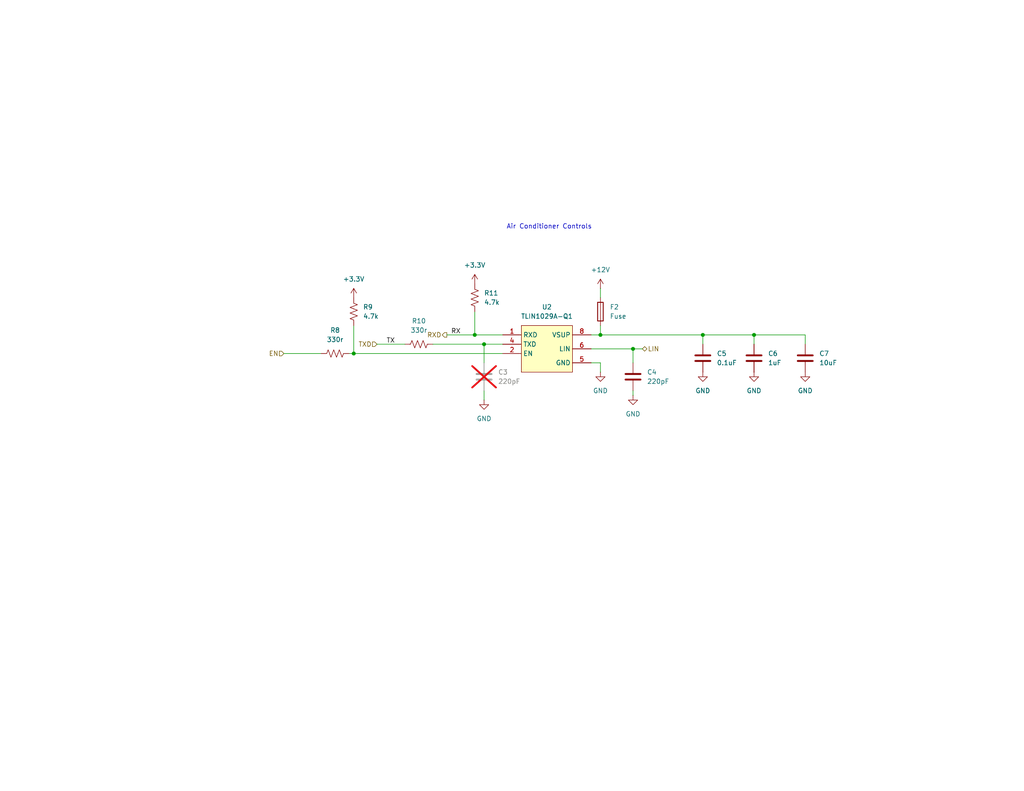
<source format=kicad_sch>
(kicad_sch (version 20231120) (generator "eeschema") (generator_version "8.0")
  (paper "A")
  (title_block (date "mar. 31 mars 2015"))
  (lib_symbols
    (symbol "Device:C" (pin_numbers hide) (pin_names (offset 0.254))
      (property "Reference" "C" (at 0.635 2.54 0))
      (property "Value" "C" (at 0.635 -2.54 0))
      (symbol "C_0_1"
        (polyline (pts (xy -2.032 -0.762) (xy 2.032 -0.762)) (stroke (width 0.508)))
        (polyline (pts (xy -2.032 0.762) (xy 2.032 0.762)) (stroke (width 0.508)))
      )
      (symbol "C_1_1"
        (pin passive line (at 0 3.81 270) (length 2.794) (name "~") (number "1"))
        (pin passive line (at 0 -3.81 90) (length 2.794) (name "~") (number "2"))
      )
    )
    (symbol "Device:Fuse" (pin_numbers hide) (pin_names (offset 0))
      (property "Reference" "F" (at 2.032 0 90))
      (property "Value" "Fuse" (at -1.905 0 90))
      (symbol "Fuse_0_1"
        (rectangle (start -0.762 -2.54) (end 0.762 2.54) (stroke (width 0.254)))
        (polyline (pts (xy 0 2.54) (xy 0 -2.54)))
      )
      (symbol "Fuse_1_1"
        (pin passive line (at 0 3.81 270) (length 1.27) (name "~") (number "1"))
        (pin passive line (at 0 -3.81 90) (length 1.27) (name "~") (number "2"))
      )
    )
    (symbol "Device:R_US" (pin_numbers hide) (pin_names (offset 0))
      (property "Reference" "R" (at 2.54 0 90))
      (property "Value" "R_US" (at -2.54 0 90))
      (symbol "R_US_0_1"
        (polyline (pts (xy 0 -2.286) (xy 0 -2.54)))
        (polyline (pts (xy 0 2.286) (xy 0 2.54)))
        (polyline (pts (xy 0 -0.762) (xy 1.016 -1.143) (xy 0 -1.524) (xy -1.016 -1.905) (xy 0 -2.286)))
        (polyline (pts (xy 0 0.762) (xy 1.016 0.381) (xy 0 0) (xy -1.016 -0.381) (xy 0 -0.762)))
        (polyline (pts (xy 0 2.286) (xy 1.016 1.905) (xy 0 1.524) (xy -1.016 1.143) (xy 0 0.762)))
      )
      (symbol "R_US_1_1"
        (pin passive line (at 0 3.81 270) (length 1.27) (name "~") (number "1"))
        (pin passive line (at 0 -3.81 90) (length 1.27) (name "~") (number "2"))
      )
    )
    (symbol "power:+12V" (power) (pin_numbers hide) (pin_names (offset 0) hide)
      (property "Value" "+12V" (at 0 3.556 0))
      (symbol "+12V_0_1"
        (polyline (pts (xy -0.762 1.27) (xy 0 2.54)))
        (polyline (pts (xy 0 0) (xy 0 2.54)))
        (polyline (pts (xy 0 2.54) (xy 0.762 1.27)))
      )
      (symbol "+12V_1_1"
        (pin power_in line (at 0 0 90) (length 0) (name "~") (number "1"))
      )
    )
    (symbol "power:+3.3V" (power) (pin_numbers hide) (pin_names (offset 0) hide)
      (property "Value" "+3.3V" (at 0 3.556 0))
      (symbol "+3.3V_0_1"
        (polyline (pts (xy -0.762 1.27) (xy 0 2.54)))
        (polyline (pts (xy 0 0) (xy 0 2.54)))
        (polyline (pts (xy 0 2.54) (xy 0.762 1.27)))
      )
      (symbol "+3.3V_1_1"
        (pin power_in line (at 0 0 90) (length 0) (name "~") (number "1"))
      )
    )
    (symbol "power:GND" (power) (pin_numbers hide) (pin_names (offset 0) hide)
      (property "Value" "GND" (at 0 -3.81 0))
      (symbol "GND_0_1"
        (polyline (pts (xy 0 0) (xy 0 -1.27) (xy 1.27 -1.27) (xy 0 -2.54) (xy -1.27 -1.27) (xy 0 -1.27)))
      )
      (symbol "GND_1_1"
        (pin power_in line (at 0 0 270) (length 0) (name "~") (number "1"))
      )
    )
    (symbol "steezeman:TLIN1029A-Q1"
      (property "Reference" "U" (at 0 8.636 0))
      (property "Value" "TLIN1029A-Q1" (at 0 0 0))
      (symbol "TLIN1029A-Q1_1_1"
        (rectangle (start -6.35 6.35) (end 7.62 -6.35) (fill (type background)))
        (pin output line (at -11.43 3.81 0) (length 5.08) (name "RXD") (number "1"))
        (pin input line (at -11.43 -1.27 0) (length 5.08) (name "EN") (number "2"))
        (pin no_connect line (at -11.43 -3.81 0) (length 5.08) hide (name "NC") (number "3"))
        (pin input line (at -11.43 1.27 0) (length 5.08) (name "TXD") (number "4"))
        (pin power_in line (at 12.7 -3.81 180) (length 5.08) (name "GND") (number "5"))
        (pin bidirectional line (at 12.7 0 180) (length 5.08) (name "LIN") (number "6"))
        (pin no_connect line (at -11.43 -3.81 0) (length 5.08) hide (name "NC") (number "8"))
        (pin power_in line (at 12.7 3.81 180) (length 5.08) (name "VSUP") (number "8"))
      )
    )
  )
  (junction (at 132.08 93.98))
  (junction (at 129.54 91.44))
  (junction (at 205.74 91.44))
  (junction (at 163.83 91.44))
  (junction (at 191.77 91.44))
  (junction (at 172.72 95.25))
  (junction (at 96.52 96.52))
  (wire (pts (xy 163.83 91.44) (xy 191.77 91.44)))
  (wire (pts (xy 163.83 88.9) (xy 163.83 91.44)))
  (wire (pts (xy 219.71 91.44) (xy 219.71 93.98)))
  (wire (pts (xy 172.72 95.25) (xy 175.26 95.25)))
  (wire (pts (xy 161.29 99.06) (xy 163.83 99.06)))
  (wire (pts (xy 102.87 93.98) (xy 110.49 93.98)))
  (wire (pts (xy 95.25 96.52) (xy 96.52 96.52)))
  (wire (pts (xy 121.92 91.44) (xy 129.54 91.44)))
  (wire (pts (xy 161.29 95.25) (xy 172.72 95.25)))
  (wire (pts (xy 129.54 91.44) (xy 137.16 91.44)))
  (wire (pts (xy 172.72 106.68) (xy 172.72 107.95)))
  (wire (pts (xy 163.83 99.06) (xy 163.83 101.6)))
  (wire (pts (xy 132.08 93.98) (xy 137.16 93.98)))
  (wire (pts (xy 77.47 96.52) (xy 87.63 96.52)))
  (wire (pts (xy 96.52 96.52) (xy 137.16 96.52)))
  (wire (pts (xy 172.72 99.06) (xy 172.72 95.25)))
  (wire (pts (xy 96.52 96.52) (xy 96.52 88.9)))
  (wire (pts (xy 132.08 99.06) (xy 132.08 93.98)))
  (wire (pts (xy 205.74 91.44) (xy 219.71 91.44)))
  (wire (pts (xy 163.83 78.74) (xy 163.83 81.28)))
  (wire (pts (xy 205.74 91.44) (xy 205.74 93.98)))
  (wire (pts (xy 118.11 93.98) (xy 132.08 93.98)))
  (wire (pts (xy 161.29 91.44) (xy 163.83 91.44)))
  (wire (pts (xy 129.54 85.09) (xy 129.54 91.44)))
  (wire (pts (xy 132.08 106.68) (xy 132.08 109.22)))
  (wire (pts (xy 191.77 91.44) (xy 205.74 91.44)))
  (wire (pts (xy 191.77 93.98) (xy 191.77 91.44)))
  (text "Air Conditioner Controls" (at 149.86 61.976 0) (effects (font (size 1.27 1.27))))
  (label "RX" (at 125.73 91.44 180))
  (label "TX" (at 105.41 93.98 0))
  (hierarchical_label "TXD" (shape input) (at 102.87 93.98 180))
  (hierarchical_label "RXD" (shape output) (at 121.92 91.44 180))
  (hierarchical_label "EN" (shape input) (at 77.47 96.52 180))
  (hierarchical_label "LIN" (shape bidirectional) (at 175.26 95.25 0))
  (symbol (lib_id "power:+3.3V") (at 96.52 81.28 0) (unit 1)
    (property "Reference" "#PWR013" (effects (hide yes)))
    (property "Value" "+3.3V" (at 96.52 76.2 0))
    (property "Description" "Power symbol creates a global label with name \"+3.3V\"" (effects (hide yes)))
  )
  (symbol (lib_id "Device:C") (at 191.77 97.79 0) (unit 1)
    (property "Reference" "C5" (at 195.58 96.5199 0) (effects (justify left)))
    (property "Value" "0.1uF" (at 195.58 99.0599 0) (effects (justify left)))
    (property "Description" "Unpolarized capacitor" (effects (hide yes)))
  )
  (symbol (lib_id "Device:C") (at 219.71 97.79 0) (unit 1)
    (property "Reference" "C7" (at 223.52 96.5199 0) (effects (justify left)))
    (property "Value" "10uF" (at 223.52 99.0599 0) (effects (justify left)))
    (property "Description" "Unpolarized capacitor" (effects (hide yes)))
  )
  (symbol (lib_id "Device:C") (at 205.74 97.79 0) (unit 1)
    (property "Reference" "C6" (at 209.55 96.5199 0) (effects (justify left)))
    (property "Value" "1uF" (at 209.55 99.0599 0) (effects (justify left)))
    (property "Description" "Unpolarized capacitor" (effects (hide yes)))
  )
  (symbol (lib_id "Device:R_US") (at 114.3 93.98 90) (unit 1)
    (property "Reference" "R10" (at 114.3 87.63 90))
    (property "Value" "330r" (at 114.3 90.17 90))
    (property "Description" "Resistor, US symbol" (effects (hide yes)))
  )
  (symbol (lib_id "power:GND") (at 172.72 107.95 0) (unit 1)
    (property "Reference" "#PWR018" (effects (hide yes)))
    (property "Value" "GND" (at 172.72 113.03 0))
    (property "Description" "Power symbol creates a global label with name \"GND\" , ground" (effects (hide yes)))
  )
  (symbol (lib_id "Device:C") (at 172.72 102.87 0) (unit 1)
    (property "Reference" "C4" (at 176.53 101.5999 0) (effects (justify left)))
    (property "Value" "220pF" (at 176.53 104.1399 0) (effects (justify left)))
    (property "Description" "Unpolarized capacitor" (effects (hide yes)))
  )
  (symbol (lib_id "Device:C") (at 132.08 102.87 0) (unit 1) (dnp yes)
    (property "Reference" "C3" (at 135.89 101.5999 0) (effects (justify left)))
    (property "Value" "220pF" (at 135.89 104.1399 0) (effects (justify left)))
    (property "Description" "Unpolarized capacitor" (effects (hide yes)))
  )
  (symbol (lib_id "power:+12V") (at 163.83 78.74 0) (unit 1)
    (property "Reference" "#PWR016" (effects (hide yes)))
    (property "Value" "+12V" (at 163.83 73.66 0))
    (property "Description" "Power symbol creates a global label with name \"+12V\"" (effects (hide yes)))
  )
  (symbol (lib_id "Device:R_US") (at 91.44 96.52 90) (unit 1)
    (property "Reference" "R8" (at 91.44 90.17 90))
    (property "Value" "330r" (at 91.44 92.71 90))
    (property "Description" "Resistor, US symbol" (effects (hide yes)))
  )
  (symbol (lib_id "Device:Fuse") (at 163.83 85.09 0) (unit 1)
    (property "Reference" "F2" (at 166.37 83.8199 0) (effects (justify left)))
    (property "Value" "Fuse" (at 166.37 86.3599 0) (effects (justify left)))
    (property "Description" "Fuse" (effects (hide yes)))
  )
  (symbol (lib_id "power:GND") (at 191.77 101.6 0) (unit 1)
    (property "Reference" "#PWR019" (effects (hide yes)))
    (property "Value" "GND" (at 191.77 106.68 0))
    (property "Description" "Power symbol creates a global label with name \"GND\" , ground" (effects (hide yes)))
  )
  (symbol (lib_id "power:GND") (at 132.08 109.22 0) (unit 1)
    (property "Reference" "#PWR015" (effects (hide yes)))
    (property "Value" "GND" (at 132.08 114.3 0))
    (property "Description" "Power symbol creates a global label with name \"GND\" , ground" (effects (hide yes)))
  )
  (symbol (lib_id "power:+3.3V") (at 129.54 77.47 0) (unit 1)
    (property "Reference" "#PWR014" (effects (hide yes)))
    (property "Value" "+3.3V" (at 129.54 72.39 0))
    (property "Description" "Power symbol creates a global label with name \"+3.3V\"" (effects (hide yes)))
  )
  (symbol (lib_id "power:GND") (at 205.74 101.6 0) (unit 1)
    (property "Reference" "#PWR020" (effects (hide yes)))
    (property "Value" "GND" (at 205.74 106.68 0))
    (property "Description" "Power symbol creates a global label with name \"GND\" , ground" (effects (hide yes)))
  )
  (symbol (lib_id "Device:R_US") (at 96.52 85.09 0) (unit 1)
    (property "Reference" "R9" (at 99.06 83.8199 0) (effects (justify left)))
    (property "Value" "4.7k" (at 99.06 86.3599 0) (effects (justify left)))
    (property "Description" "Resistor, US symbol" (effects (hide yes)))
  )
  (symbol (lib_id "power:GND") (at 219.71 101.6 0) (unit 1)
    (property "Reference" "#PWR021" (effects (hide yes)))
    (property "Value" "GND" (at 219.71 106.68 0))
    (property "Description" "Power symbol creates a global label with name \"GND\" , ground" (effects (hide yes)))
  )
  (symbol (lib_id "steezeman:TLIN1029A-Q1") (at 148.59 95.25 0) (unit 1)
    (property "Reference" "U2" (at 149.225 83.82 0))
    (property "Value" "TLIN1029A-Q1" (at 149.225 86.36 0))
    (property "Footprint" "Package_SO:SOIC-8_3.9x4.9mm_P1.27mm" (effects (hide yes)))
    (property "Datasheet" "https://www.ti.com/lit/ds/symlink/tlin1029a-q1.pdf" (effects (hide yes)))
    (property "Description" "Fault Protected LIN Transceiver with Dominant State Timeout" (effects (hide yes)))
  )
  (symbol (lib_id "Device:R_US") (at 129.54 81.28 0) (unit 1)
    (property "Reference" "R11" (at 132.08 80.0099 0) (effects (justify left)))
    (property "Value" "4.7k" (at 132.08 82.5499 0) (effects (justify left)))
    (property "Description" "Resistor, US symbol" (effects (hide yes)))
  )
  (symbol (lib_id "power:GND") (at 163.83 101.6 0) (unit 1)
    (property "Reference" "#PWR017" (effects (hide yes)))
    (property "Value" "GND" (at 163.83 106.68 0))
    (property "Description" "Power symbol creates a global label with name \"GND\" , ground" (effects (hide yes)))
  )
)
</source>
